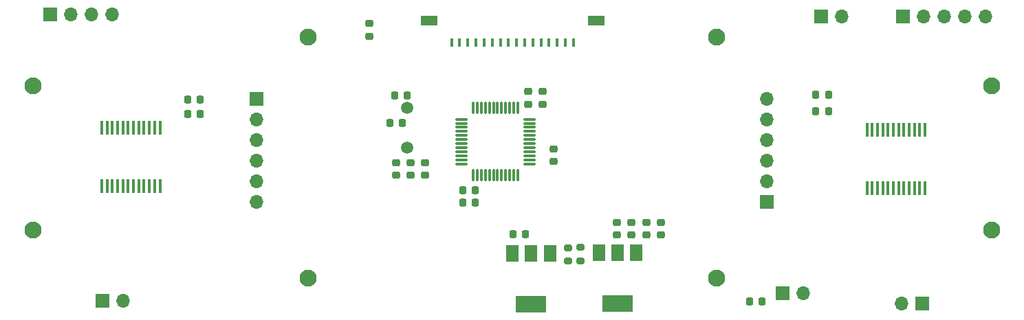
<source format=gbs>
G04 #@! TF.GenerationSoftware,KiCad,Pcbnew,7.0.1*
G04 #@! TF.CreationDate,2023-11-28T21:34:11+01:00*
G04 #@! TF.ProjectId,Gruzik2.0,4772757a-696b-4322-9e30-2e6b69636164,rev?*
G04 #@! TF.SameCoordinates,Original*
G04 #@! TF.FileFunction,Soldermask,Bot*
G04 #@! TF.FilePolarity,Negative*
%FSLAX46Y46*%
G04 Gerber Fmt 4.6, Leading zero omitted, Abs format (unit mm)*
G04 Created by KiCad (PCBNEW 7.0.1) date 2023-11-28 21:34:11*
%MOMM*%
%LPD*%
G01*
G04 APERTURE LIST*
G04 Aperture macros list*
%AMRoundRect*
0 Rectangle with rounded corners*
0 $1 Rounding radius*
0 $2 $3 $4 $5 $6 $7 $8 $9 X,Y pos of 4 corners*
0 Add a 4 corners polygon primitive as box body*
4,1,4,$2,$3,$4,$5,$6,$7,$8,$9,$2,$3,0*
0 Add four circle primitives for the rounded corners*
1,1,$1+$1,$2,$3*
1,1,$1+$1,$4,$5*
1,1,$1+$1,$6,$7*
1,1,$1+$1,$8,$9*
0 Add four rect primitives between the rounded corners*
20,1,$1+$1,$2,$3,$4,$5,0*
20,1,$1+$1,$4,$5,$6,$7,0*
20,1,$1+$1,$6,$7,$8,$9,0*
20,1,$1+$1,$8,$9,$2,$3,0*%
G04 Aperture macros list end*
%ADD10C,1.500000*%
%ADD11C,2.100000*%
%ADD12R,1.700000X1.700000*%
%ADD13O,1.700000X1.700000*%
%ADD14R,1.500000X2.000000*%
%ADD15R,3.800000X2.000000*%
%ADD16RoundRect,0.225000X0.250000X-0.225000X0.250000X0.225000X-0.250000X0.225000X-0.250000X-0.225000X0*%
%ADD17RoundRect,0.225000X0.225000X0.250000X-0.225000X0.250000X-0.225000X-0.250000X0.225000X-0.250000X0*%
%ADD18R,0.450000X1.750000*%
%ADD19RoundRect,0.225000X-0.225000X-0.250000X0.225000X-0.250000X0.225000X0.250000X-0.225000X0.250000X0*%
%ADD20RoundRect,0.200000X-0.275000X0.200000X-0.275000X-0.200000X0.275000X-0.200000X0.275000X0.200000X0*%
%ADD21RoundRect,0.218750X-0.256250X0.218750X-0.256250X-0.218750X0.256250X-0.218750X0.256250X0.218750X0*%
%ADD22RoundRect,0.075000X-0.662500X-0.075000X0.662500X-0.075000X0.662500X0.075000X-0.662500X0.075000X0*%
%ADD23RoundRect,0.075000X-0.075000X-0.662500X0.075000X-0.662500X0.075000X0.662500X-0.075000X0.662500X0*%
%ADD24R,0.400000X1.000000*%
%ADD25R,2.000000X1.300000*%
G04 APERTURE END LIST*
D10*
X87426800Y-151751200D03*
X87426800Y-146871200D03*
D11*
X75184000Y-167894000D03*
D12*
X138379200Y-135585200D03*
D13*
X140919200Y-135585200D03*
D12*
X49885600Y-170688000D03*
D13*
X52425600Y-170688000D03*
D12*
X43434000Y-135382000D03*
D13*
X45974000Y-135382000D03*
X48514000Y-135382000D03*
X51054000Y-135382000D03*
D12*
X150774400Y-170992800D03*
D13*
X148234400Y-170992800D03*
D11*
X41322000Y-144145000D03*
X125476000Y-138176000D03*
X159338000Y-161925000D03*
D12*
X148437600Y-135636000D03*
D13*
X150977600Y-135636000D03*
X153517600Y-135636000D03*
X156057600Y-135636000D03*
X158597600Y-135636000D03*
D11*
X159338000Y-144145000D03*
X75184000Y-138176000D03*
D12*
X131666000Y-158496000D03*
D13*
X131666000Y-155956000D03*
X131666000Y-153416000D03*
X131666000Y-150876000D03*
X131666000Y-148336000D03*
X131666000Y-145796000D03*
D12*
X68834000Y-145796000D03*
D13*
X68834000Y-148336000D03*
X68834000Y-150876000D03*
X68834000Y-153416000D03*
X68834000Y-155956000D03*
X68834000Y-158496000D03*
D11*
X41322000Y-161925000D03*
D12*
X133604000Y-169722800D03*
D13*
X136144000Y-169722800D03*
D11*
X125476000Y-167894000D03*
D14*
X110984000Y-164744000D03*
X113284000Y-164744000D03*
D15*
X113284000Y-171044000D03*
D14*
X115584000Y-164744000D03*
D16*
X105460800Y-153479800D03*
X105460800Y-151929800D03*
D14*
X100366800Y-164794400D03*
X102666800Y-164794400D03*
D15*
X102666800Y-171094400D03*
D14*
X104966800Y-164794400D03*
D17*
X87376000Y-145389600D03*
X85826000Y-145389600D03*
D18*
X151142000Y-156806000D03*
X150492000Y-156806000D03*
X149842000Y-156806000D03*
X149192000Y-156806000D03*
X148542000Y-156806000D03*
X147892000Y-156806000D03*
X147242000Y-156806000D03*
X146592000Y-156806000D03*
X145942000Y-156806000D03*
X145292000Y-156806000D03*
X144642000Y-156806000D03*
X143992000Y-156806000D03*
X143992000Y-149606000D03*
X144642000Y-149606000D03*
X145292000Y-149606000D03*
X145942000Y-149606000D03*
X146592000Y-149606000D03*
X147242000Y-149606000D03*
X147892000Y-149606000D03*
X148542000Y-149606000D03*
X149192000Y-149606000D03*
X149842000Y-149606000D03*
X150492000Y-149606000D03*
X151142000Y-149606000D03*
D16*
X113182400Y-162573000D03*
X113182400Y-161023000D03*
D19*
X94221000Y-157022800D03*
X95771000Y-157022800D03*
X60362476Y-145860000D03*
X61912476Y-145860000D03*
D20*
X107188000Y-164110400D03*
X107188000Y-165760400D03*
D16*
X82753200Y-138049600D03*
X82753200Y-136499600D03*
X102285800Y-146418600D03*
X102285800Y-144868600D03*
D17*
X86830200Y-148742400D03*
X85280200Y-148742400D03*
D19*
X60362476Y-147638000D03*
X61912476Y-147638000D03*
D21*
X86055200Y-153619200D03*
X86055200Y-155194200D03*
D18*
X56956000Y-156552000D03*
X56306000Y-156552000D03*
X55656000Y-156552000D03*
X55006000Y-156552000D03*
X54356000Y-156552000D03*
X53706000Y-156552000D03*
X53056000Y-156552000D03*
X52406000Y-156552000D03*
X51756000Y-156552000D03*
X51106000Y-156552000D03*
X50456000Y-156552000D03*
X49806000Y-156552000D03*
X49806000Y-149352000D03*
X50456000Y-149352000D03*
X51106000Y-149352000D03*
X51756000Y-149352000D03*
X52406000Y-149352000D03*
X53056000Y-149352000D03*
X53706000Y-149352000D03*
X54356000Y-149352000D03*
X55006000Y-149352000D03*
X55656000Y-149352000D03*
X56306000Y-149352000D03*
X56956000Y-149352000D03*
D16*
X89611200Y-155169200D03*
X89611200Y-153619200D03*
D17*
X101968600Y-162458400D03*
X100418600Y-162458400D03*
D16*
X116840000Y-162573000D03*
X116840000Y-161023000D03*
D20*
X108762800Y-164073800D03*
X108762800Y-165723800D03*
D19*
X94221000Y-158597600D03*
X95771000Y-158597600D03*
D17*
X139261476Y-147320000D03*
X137711476Y-147320000D03*
D16*
X118668800Y-162573000D03*
X118668800Y-161023000D03*
D22*
X94107500Y-153781500D03*
X94107500Y-153281500D03*
X94107500Y-152781500D03*
X94107500Y-152281500D03*
X94107500Y-151781500D03*
X94107500Y-151281500D03*
X94107500Y-150781500D03*
X94107500Y-150281500D03*
X94107500Y-149781500D03*
X94107500Y-149281500D03*
X94107500Y-148781500D03*
X94107500Y-148281500D03*
D23*
X95520000Y-146869000D03*
X96020000Y-146869000D03*
X96520000Y-146869000D03*
X97020000Y-146869000D03*
X97520000Y-146869000D03*
X98020000Y-146869000D03*
X98520000Y-146869000D03*
X99020000Y-146869000D03*
X99520000Y-146869000D03*
X100020000Y-146869000D03*
X100520000Y-146869000D03*
X101020000Y-146869000D03*
D22*
X102432500Y-148281500D03*
X102432500Y-148781500D03*
X102432500Y-149281500D03*
X102432500Y-149781500D03*
X102432500Y-150281500D03*
X102432500Y-150781500D03*
X102432500Y-151281500D03*
X102432500Y-151781500D03*
X102432500Y-152281500D03*
X102432500Y-152781500D03*
X102432500Y-153281500D03*
X102432500Y-153781500D03*
D23*
X101020000Y-155194000D03*
X100520000Y-155194000D03*
X100020000Y-155194000D03*
X99520000Y-155194000D03*
X99020000Y-155194000D03*
X98520000Y-155194000D03*
X98020000Y-155194000D03*
X97520000Y-155194000D03*
X97020000Y-155194000D03*
X96520000Y-155194000D03*
X96020000Y-155194000D03*
X95520000Y-155194000D03*
D17*
X131064000Y-170738800D03*
X129514000Y-170738800D03*
D16*
X87833200Y-155169200D03*
X87833200Y-153619200D03*
D24*
X92867200Y-138836400D03*
X93867200Y-138836400D03*
X94867200Y-138836400D03*
X95867200Y-138836400D03*
X96867200Y-138836400D03*
X97867200Y-138836400D03*
X98867200Y-138836400D03*
X99867200Y-138836400D03*
X100867200Y-138836400D03*
X101867200Y-138836400D03*
X102867200Y-138836400D03*
X103867200Y-138836400D03*
X104867200Y-138836400D03*
X105867200Y-138836400D03*
X106867200Y-138836400D03*
X107867200Y-138836400D03*
D25*
X90067200Y-136136400D03*
X110667200Y-136136400D03*
D17*
X139274476Y-145288000D03*
X137724476Y-145288000D03*
D16*
X114960400Y-162573000D03*
X114960400Y-161023000D03*
X104063800Y-146418600D03*
X104063800Y-144868600D03*
M02*

</source>
